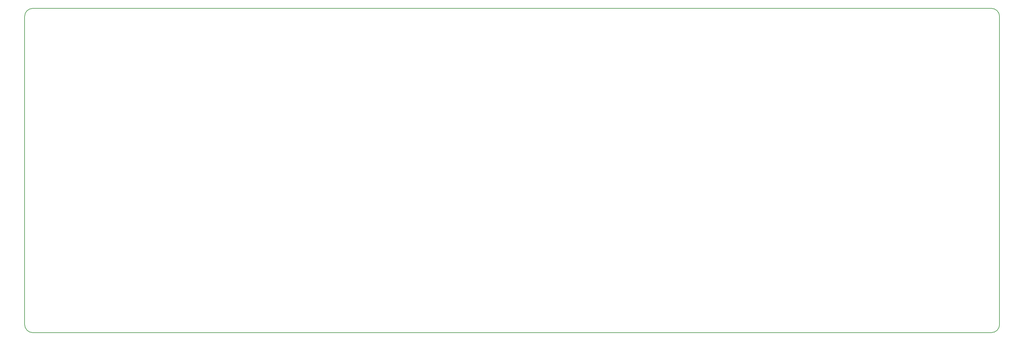
<source format=gm1>
G04 #@! TF.FileFunction,Profile,NP*
%FSLAX46Y46*%
G04 Gerber Fmt 4.6, Leading zero omitted, Abs format (unit mm)*
G04 Created by KiCad (PCBNEW 4.0.5) date 02/06/17 19:39:07*
%MOMM*%
%LPD*%
G01*
G04 APERTURE LIST*
%ADD10C,0.100000*%
%ADD11C,0.150000*%
G04 APERTURE END LIST*
D10*
D11*
X19050000Y-111918750D02*
X19050000Y-21431250D01*
X21431250Y-114300000D02*
X302418750Y-114300000D01*
X302418750Y-19050000D02*
X21431250Y-19050000D01*
X304800000Y-111918750D02*
X304800000Y-21431250D01*
X302418750Y-114300000D02*
G75*
G03X304800000Y-111918750I0J2381250D01*
G01*
X19050000Y-111918750D02*
G75*
G03X21431250Y-114300000I2381250J0D01*
G01*
X21431250Y-19050000D02*
G75*
G03X19050000Y-21431250I0J-2381250D01*
G01*
X304800000Y-21431250D02*
G75*
G03X302418750Y-19050000I-2381250J0D01*
G01*
M02*

</source>
